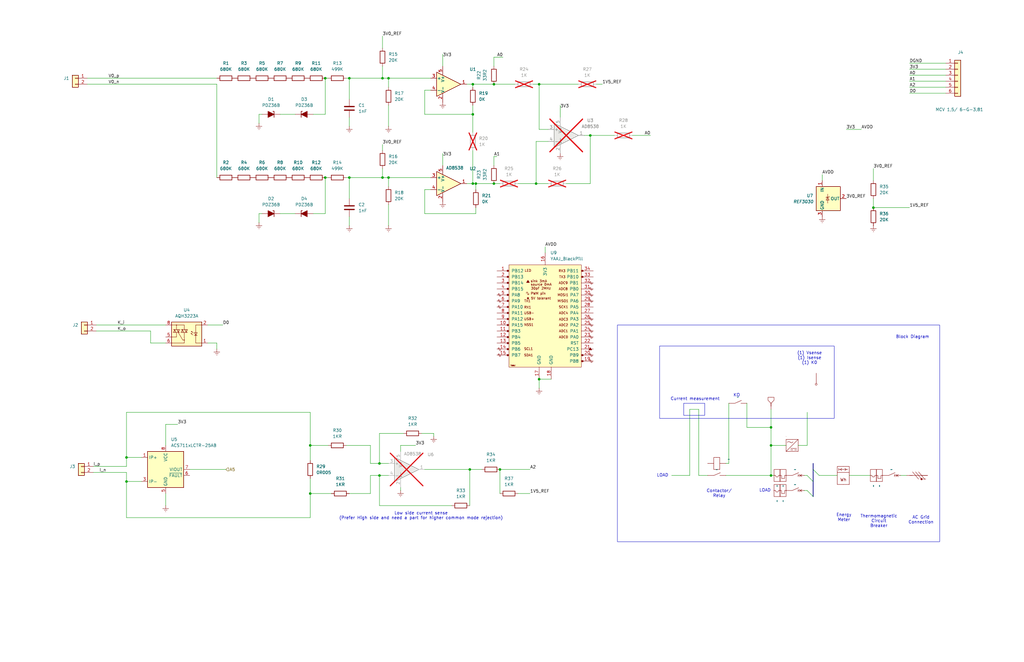
<source format=kicad_sch>
(kicad_sch (version 20231120) (generator "eeschema") (generator_version "8.0")
  (paper "B")
  (lib_symbols
    (symbol "07-15-21_thermal_operator_1"
      (symbol "07-15-21_thermal_operator_1_1_1"
        (pin passive line (at 0 -1.27 90) (length 0) (name "") (number ""))
        (pin passive line (at 0 1.27 270) (length 0) (name "") (number ""))
      )
    )
    (symbol "Connector_Generic:Conn_01x02" (pin_names (offset 1.016) hide)
      (property "Reference" "J" (at 0 2.54 0))
      (property "Value" "Conn_01x02" (at 0 -5.08 0))
      (symbol "Conn_01x02_1_1"
        (pin passive line (at -5.08 0 0) (length 3.81) (name "Pin_1") (number "1"))
        (pin passive line (at -5.08 -2.54 0) (length 3.81) (name "Pin_2") (number "2"))
      )
    )
    (symbol "Connector_Generic:Conn_01x06" (pin_names (offset 1.016) hide)
      (property "Reference" "J" (at 0 7.62 0))
      (property "Value" "Conn_01x06" (at 0 -10.16 0))
      (symbol "Conn_01x06_1_1"
        (pin passive line (at -5.08 5.08 0) (length 3.81) (name "Pin_1") (number "1"))
        (pin passive line (at -5.08 2.54 0) (length 3.81) (name "Pin_2") (number "2"))
        (pin passive line (at -5.08 0 0) (length 3.81) (name "Pin_3") (number "3"))
        (pin passive line (at -5.08 -2.54 0) (length 3.81) (name "Pin_4") (number "4"))
        (pin passive line (at -5.08 -5.08 0) (length 3.81) (name "Pin_5") (number "5"))
        (pin passive line (at -5.08 -7.62 0) (length 3.81) (name "Pin_6") (number "6"))
      )
    )
    (symbol "Device:C" (pin_numbers hide) (pin_names (offset 0.254))
      (property "Reference" "C" (at 0.635 2.54 0))
      (property "Value" "C" (at 0.635 -2.54 0))
      (symbol "C_1_1"
        (pin passive line (at 0 3.81 270) (length 2.794) (name "~") (number "1"))
        (pin passive line (at 0 -3.81 90) (length 2.794) (name "~") (number "2"))
      )
    )
    (symbol "Device:D_Zener_Filled" (pin_numbers hide) (pin_names (offset 1.016) hide)
      (property "Reference" "D" (at 0 2.54 0))
      (property "Value" "D_Zener_Filled" (at 0 -2.54 0))
      (symbol "D_Zener_Filled_1_1"
        (pin passive line (at -3.81 0 0) (length 2.54) (name "K") (number "1"))
        (pin passive line (at 3.81 0 180) (length 2.54) (name "A") (number "2"))
      )
    )
    (symbol "Device:R" (pin_numbers hide) (pin_names (offset 0))
      (property "Reference" "R" (at 2.032 0 90))
      (property "Value" "R" (at 0 0 90))
      (symbol "R_1_1"
        (pin passive line (at 0 3.81 270) (length 1.27) (name "~") (number "1"))
        (pin passive line (at 0 -3.81 90) (length 1.27) (name "~") (number "2"))
      )
    )
    (symbol "Reference_Voltage:REF3030" (pin_names (offset 0.254))
      (property "Reference" "U" (at 0 6.35 0))
      (property "Value" "REF3030" (at 2.54 -6.35 0))
      (symbol "REF3030_1_1"
        (pin power_in line (at -2.54 7.62 270) (length 2.54) (name "IN") (number "1"))
        (pin power_out line (at 7.62 0 180) (length 2.54) (name "OUT") (number "2"))
        (pin power_in line (at -2.54 -7.62 90) (length 2.54) (name "GND") (number "3"))
      )
    )
    (symbol "Relay_SolidState:AQH3223A"
      (property "Reference" "U" (at -5.08 5.08 0))
      (property "Value" "AQH3223A" (at 0 5.08 0))
      (symbol "AQH3223A_1_1"
        (pin passive line (at -10.16 -5.08 0) (length 2.54) (name "~") (number "1"))
        (pin passive line (at -10.16 2.54 0) (length 2.54) (name "~") (number "2"))
        (pin passive line (at -10.16 -5.08 0) (length 2.54) hide (name "~") (number "3"))
        (pin passive line (at -10.16 -5.08 0) (length 2.54) hide (name "~") (number "4"))
        (pin passive line (at 7.62 -2.54 180) (length 2.54) (name "~") (number "5"))
        (pin passive line (at 7.62 -5.08 180) (length 2.54) (name "~") (number "6"))
        (pin passive line (at 7.62 2.54 180) (length 2.54) (name "~") (number "8"))
      )
    )
    (symbol "Sensor_Current:ACS711xLCTR-25AB"
      (property "Reference" "U" (at 8.89 6.35 0))
      (property "Value" "ACS711xLCTR-25AB" (at 8.89 3.81 0))
      (symbol "ACS711xLCTR-25AB_1_1"
        (pin passive line (at -10.16 5.08 0) (length 2.54) (name "IP+") (number "1"))
        (pin passive line (at -10.16 5.08 0) (length 2.54) hide (name "IP+") (number "2"))
        (pin passive line (at -10.16 -5.08 0) (length 2.54) (name "IP-") (number "3"))
        (pin passive line (at -10.16 -5.08 0) (length 2.54) hide (name "IP-") (number "4"))
        (pin power_in line (at 0 -10.16 90) (length 2.54) (name "GND") (number "5"))
        (pin output line (at 10.16 -2.54 180) (length 2.54) (name "~{FAULT}") (number "6"))
        (pin output line (at 10.16 0 180) (length 2.54) (name "VIOUT") (number "7"))
        (pin power_in line (at 0 10.16 270) (length 2.54) (name "VCC") (number "8"))
      )
    )
    (symbol "YAAJ_BlackPill:YAAJ_BlackPill" (pin_names (offset 1.016))
      (property "Reference" "U" (at -12.7 22.86 0))
      (property "Value" "YAAJ_BlackPill" (at 0 -5.08 90))
      (symbol "YAAJ_BlackPill_0_0"
        (text "30pF 2MHz" (at -1.778 10.414 0) (effects (font (size 0.9906 0.9906))))
        (text "5V tolerant" (at -1.778 6.223 0) (effects (font (size 0.9906 0.9906))))
        (text "ADC0" (at 7.747 -10.16 0) (effects (font (size 0.9906 0.9906))))
        (text "ADC1" (at 7.747 -7.62 0) (effects (font (size 0.9906 0.9906))))
        (text "ADC2" (at 7.747 -5.08 0) (effects (font (size 0.9906 0.9906))))
        (text "ADC3" (at 7.747 -2.667 0) (effects (font (size 0.9906 0.9906))))
        (text "ADC4" (at 7.747 0 0) (effects (font (size 0.9906 0.9906))))
        (text "ADC8" (at 7.62 10.16 0) (effects (font (size 0.9906 0.9906))))
        (text "ADC9" (at 7.62 12.7 0) (effects (font (size 0.9906 0.9906))))
        (text "LED" (at -7.239 17.907 0) (effects (font (size 0.9906 0.9906))))
        (text "MISO1" (at 7.493 5.08 0) (effects (font (size 0.9906 0.9906))))
        (text "MOSI1" (at 7.493 7.62 0) (effects (font (size 0.9906 0.9906))))
        (text "NSS1" (at -6.858 -4.953 0) (effects (font (size 0.9906 0.9906))))
        (text "PWM pin" (at -2.921 8.255 0) (effects (font (size 0.9906 0.9906))))
        (text "RX1" (at -7.366 2.413 0) (effects (font (size 0.9906 0.9906))))
        (text "RX3" (at 7.112 17.78 0) (effects (font (size 0.9906 0.9906))))
        (text "SCK1" (at 7.747 2.54 0) (effects (font (size 0.9906 0.9906))))
        (text "SCL1" (at -6.985 -15.113 0) (effects (font (size 0.9906 0.9906))))
        (text "SDA1" (at -6.985 -17.78 0) (effects (font (size 0.9906 0.9906))))
        (text "sink 3mA" (at -2.667 13.462 0) (effects (font (size 0.9906 0.9906))))
        (text "source 0mA" (at -1.651 12.065 0) (effects (font (size 0.9906 0.9906))))
        (text "TX1" (at -7.493 5.08 0) (effects (font (size 0.9906 0.9906))))
        (text "TX3" (at 7.239 15.24 0) (effects (font (size 0.9906 0.9906))))
        (text "USB+" (at -6.731 -2.54 0) (effects (font (size 0.9906 0.9906))))
        (text "USB-" (at -6.731 0 0) (effects (font (size 0.9906 0.9906))))
        (text "Y@@J" (at -13.589 -22.098 0) (effects (font (size 0.508 0.508))))
      )
      (symbol "YAAJ_BlackPill_1_1"
        (pin bidirectional line (at -20.32 17.78 0) (length 5.08) (name "PB12") (number "1"))
        (pin bidirectional line (at -20.32 -5.08 0) (length 5.08) (name "PA15") (number "10"))
        (pin bidirectional line (at -20.32 -7.62 0) (length 5.08) (name "PB3") (number "11"))
        (pin bidirectional line (at -20.32 -10.16 0) (length 5.08) (name "PB4") (number "12"))
        (pin bidirectional line (at -20.32 -12.7 0) (length 5.08) (name "PB5") (number "13"))
        (pin bidirectional line (at -20.32 -15.24 0) (length 5.08) (name "PB6") (number "14"))
        (pin bidirectional line (at -20.32 -17.78 0) (length 5.08) (name "PB7") (number "15"))
        (pin power_in line (at 0 25.4 270) (length 5.08) (name "3V3") (number "16"))
        (pin power_in line (at -2.54 -27.94 90) (length 5.08) (name "GND") (number "17"))
        (pin power_in line (at 2.54 -27.94 90) (length 5.08) (name "GND") (number "18"))
        (pin bidirectional line (at 20.32 -20.32 180) (length 5.08) (name "PB8") (number "19"))
        (pin bidirectional line (at -20.32 15.24 0) (length 5.08) (name "PB13") (number "2"))
        (pin bidirectional line (at 20.32 -17.78 180) (length 5.08) (name "PB9") (number "20"))
        (pin bidirectional line (at 20.32 -15.24 180) (length 5.08) (name "PC13") (number "21"))
        (pin input line (at 20.32 -12.7 180) (length 5.08) (name "RST") (number "22"))
        (pin bidirectional line (at 20.32 -10.16 180) (length 5.08) (name "PA0") (number "23"))
        (pin bidirectional line (at 20.32 -7.62 180) (length 5.08) (name "PA1") (number "24"))
        (pin bidirectional line (at 20.32 -5.08 180) (length 5.08) (name "PA2") (number "25"))
        (pin bidirectional line (at 20.32 -2.54 180) (length 5.08) (name "PA3") (number "26"))
        (pin bidirectional line (at 20.32 0 180) (length 5.08) (name "PA4") (number "27"))
        (pin bidirectional line (at 20.32 2.54 180) (length 5.08) (name "PA5") (number "28"))
        (pin bidirectional line (at 20.32 5.08 180) (length 5.08) (name "PA6") (number "29"))
        (pin bidirectional line (at -20.32 12.7 0) (length 5.08) (name "PB14") (number "3"))
        (pin bidirectional line (at 20.32 7.62 180) (length 5.08) (name "PA7") (number "30"))
        (pin bidirectional line (at 20.32 10.16 180) (length 5.08) (name "PB0") (number "31"))
        (pin bidirectional line (at 20.32 12.7 180) (length 5.08) (name "PB1") (number "32"))
        (pin bidirectional line (at 20.32 15.24 180) (length 5.08) (name "PB10") (number "33"))
        (pin bidirectional line (at 20.32 17.78 180) (length 5.08) (name "PB11") (number "34"))
        (pin bidirectional line (at -20.32 10.16 0) (length 5.08) (name "PB15") (number "4"))
        (pin bidirectional line (at -20.32 7.62 0) (length 5.08) (name "PA8") (number "5"))
        (pin bidirectional line (at -20.32 5.08 0) (length 5.08) (name "PA9") (number "6"))
        (pin bidirectional line (at -20.32 2.54 0) (length 5.08) (name "PA10") (number "7"))
        (pin bidirectional line (at -20.32 0 0) (length 5.08) (name "PA11") (number "8"))
        (pin bidirectional line (at -20.32 -2.54 0) (length 5.08) (name "PA12") (number "9"))
      )
    )
    (symbol "enphase_symbols:2w_ne"
      (symbol "2w_ne_1_1"
        (pin passive line (at 0 -8.89 90) (length 2.54) (name "") (number ""))
        (pin passive line (at 0 0 270) (length 2.54) (name "") (number ""))
      )
    )
    (symbol "enphase_symbols:adc_sym"
      (symbol "adc_sym_1_1"
        (pin bidirectional line (at 0 0 0) (length 2.54) (name "") (number ""))
        (pin bidirectional line (at 5.08 0 180) (length 0) (name "") (number ""))
      )
    )
    (symbol "enphase_symbols:watt_hour_1_element_1_current")
    (symbol "iec_60617:06-14-03_rectifier"
      (symbol "06-14-03_rectifier_1_1"
        (pin bidirectional line (at -2.54 0 0) (length 0) (name "") (number ""))
        (pin bidirectional line (at 0 -2.54 90) (length 0) (name "") (number ""))
        (pin bidirectional line (at 0 2.54 270) (length 0) (name "") (number ""))
        (pin bidirectional line (at 2.54 0 180) (length 0) (name "") (number ""))
      )
    )
    (symbol "iec_60617:07-02-01_make_contact"
      (symbol "07-02-01_make_contact_1_1"
        (pin passive line (at 0 -7.62 90) (length 0) (name "") (number ""))
        (pin passive line (at 0 0 270) (length 0) (name "") (number ""))
      )
    )
    (symbol "iec_60617:07-13-05.6_circuit_breaker_isolator"
      (symbol "07-13-05.6_circuit_breaker_isolator_1_1"
        (pin passive line (at 0 -7.62 90) (length 0) (name "") (number ""))
        (pin passive line (at 0 0 270) (length 0) (name "") (number ""))
      )
    )
    (symbol "iec_60617:07-15-01_operating_device"
      (symbol "07-15-01_operating_device_1_1"
        (pin passive line (at -2.54 0 0) (length 0) (name "") (number ""))
        (pin passive line (at 0 -3.81 90) (length 0) (name "") (number ""))
        (pin passive line (at 0 3.81 270) (length 0) (name "") (number ""))
        (pin passive line (at 2.54 0 180) (length 0) (name "") (number ""))
      )
    )
    (symbol "iec_60617:07-15-21_magnetic_operator"
      (symbol "07-15-21_magnetic_operator_1_1"
        (pin passive line (at 0 -1.27 90) (length 0) (name "") (number ""))
        (pin passive line (at 0 1.27 270) (length 0) (name "") (number ""))
      )
    )
    (symbol "iec_60617:watt_hour_meter_bidirectional"
      (symbol "watt_hour_meter_bidirectional_1_1"
        (text "Wh" (at 0 -1.778 0) (effects (font (size 1.27 1.27))))
        (pin bidirectional line (at -2.54 0 90) (length 0) (name "") (number ""))
        (pin bidirectional line (at 0 -3.81 90) (length 0) (name "") (number ""))
        (pin bidirectional line (at 0 3.81 270) (length 0) (name "") (number ""))
        (pin bidirectional line (at 2.54 0 90) (length 0) (name "") (number ""))
      )
    )
    (symbol "misc_parts:AD8538" (pin_names (offset 0.127))
      (property "Reference" "U" (at 0 5.08 0))
      (property "Value" "AD8538" (at 0 -5.08 0))
      (symbol "AD8538_0_1"
        (pin power_in line (at -2.54 -7.62 90) (length 3.81) (name "V-") (number "2"))
        (pin power_in line (at -2.54 7.62 270) (length 3.81) (name "V+") (number "5"))
      )
      (symbol "AD8538_1_1"
        (pin output line (at 7.62 0 180) (length 2.54) (name "~") (number "1"))
        (pin input line (at -7.62 2.54 0) (length 2.54) (name "+") (number "3"))
        (pin input line (at -7.62 -2.54 0) (length 2.54) (name "-") (number "4"))
      )
    )
    (symbol "power:Earth" (power) (pin_numbers hide) (pin_names (offset 0) hide)
      (property "Value" "Earth" (at 0 -3.81 0))
      (symbol "Earth_1_1"
        (pin power_in line (at 0 0 270) (length 0) (name "~") (number "1"))
      )
    )
  )
  (junction (at 325.12 187.96))
  (junction (at 147.32 33.02))
  (junction (at 325.12 180.34))
  (junction (at 227.33 160.02))
  (junction (at 200.66 77.47))
  (junction (at 368.3 87.63))
  (junction (at 325.12 200.66))
  (junction (at 147.32 74.93))
  (junction (at 160.02 195.58))
  (junction (at 163.83 74.93))
  (junction (at 53.34 203.2))
  (junction (at 163.83 33.02))
  (junction (at 137.16 33.02))
  (junction (at 199.39 48.26))
  (junction (at 208.28 77.47))
  (junction (at 198.12 198.12))
  (junction (at 199.39 77.47))
  (junction (at 137.16 74.93))
  (junction (at 130.81 208.28))
  (junction (at 199.39 35.56))
  (junction (at 53.34 193.04))
  (junction (at 161.29 74.93))
  (junction (at 210.82 198.12))
  (junction (at 130.81 187.96))
  (junction (at 227.33 35.56))
  (junction (at 160.02 200.66))
  (junction (at 208.28 35.56))
  (junction (at 226.06 77.47))
  (junction (at 161.29 33.02))
  (junction (at 248.92 57.15))
  (bus_entry (at 340.36 200.66) (size 2.54 2.54))
  (bus_entry (at 342.9 198.12) (size 2.54 2.54))
  (bus_entry (at 340.36 207.01) (size 2.54 2.54))
  (wire (pts (xy 147.32 91.44) (xy 147.32 95.25)))
  (wire (pts (xy 199.39 35.56) (xy 208.28 35.56)))
  (wire (pts (xy 226.06 77.47) (xy 226.06 59.69)))
  (wire (pts (xy 345.44 200.66) (xy 353.06 200.66)))
  (wire (pts (xy 243.84 35.56) (xy 227.33 35.56)))
  (wire (pts (xy 91.44 35.56) (xy 91.44 74.93)))
  (wire (pts (xy 290.83 172.72) (xy 290.83 200.66)))
  (wire (pts (xy 130.81 173.99) (xy 130.81 187.96)))
  (wire (pts (xy 177.8 182.88) (xy 182.88 182.88)))
  (wire (pts (xy 130.81 208.28) (xy 139.7 208.28)))
  (wire (pts (xy 179.07 48.26) (xy 179.07 38.1)))
  (wire (pts (xy 208.28 35.56) (xy 217.17 35.56)))
  (wire (pts (xy 294.64 200.66) (xy 294.64 172.72)))
  (wire (pts (xy 383.54 34.29) (xy 398.78 34.29)))
  (wire (pts (xy 161.29 74.93) (xy 163.83 74.93)))
  (wire (pts (xy 147.32 74.93) (xy 147.32 83.82)))
  (wire (pts (xy 186.69 22.86) (xy 186.69 27.94)))
  (wire (pts (xy 218.44 77.47) (xy 226.06 77.47)))
  (wire (pts (xy 53.34 196.85) (xy 53.34 193.04)))
  (wire (pts (xy 146.05 33.02) (xy 147.32 33.02)))
  (wire (pts (xy 368.3 83.82) (xy 368.3 87.63)))
  (wire (pts (xy 36.83 33.02) (xy 91.44 33.02)))
  (wire (pts (xy 227.33 35.56) (xy 227.33 54.61)))
  (wire (pts (xy 259.08 57.15) (xy 248.92 57.15)))
  (wire (pts (xy 160.02 213.36) (xy 190.5 213.36)))
  (wire (pts (xy 137.16 74.93) (xy 138.43 74.93)))
  (wire (pts (xy 231.14 77.47) (xy 226.06 77.47)))
  (bus (pts (xy 342.9 195.58) (xy 342.9 198.12)))
  (wire (pts (xy 163.83 86.36) (xy 163.83 95.25)))
  (wire (pts (xy 199.39 77.47) (xy 200.66 77.47)))
  (wire (pts (xy 156.21 208.28) (xy 156.21 200.66)))
  (wire (pts (xy 200.66 77.47) (xy 200.66 80.01)))
  (wire (pts (xy 132.08 48.26) (xy 137.16 48.26)))
  (wire (pts (xy 130.81 201.93) (xy 130.81 208.28)))
  (wire (pts (xy 163.83 74.93) (xy 181.61 74.93)))
  (wire (pts (xy 274.32 57.15) (xy 266.7 57.15)))
  (wire (pts (xy 87.63 144.78) (xy 91.44 144.78)))
  (wire (pts (xy 63.5 144.78) (xy 69.85 144.78)))
  (wire (pts (xy 325.12 187.96) (xy 325.12 200.66)))
  (wire (pts (xy 199.39 44.45) (xy 199.39 48.26)))
  (wire (pts (xy 238.76 77.47) (xy 248.92 77.47)))
  (wire (pts (xy 160.02 200.66) (xy 160.02 213.36)))
  (wire (pts (xy 227.33 35.56) (xy 224.79 35.56)))
  (wire (pts (xy 227.33 160.02) (xy 227.33 163.83)))
  (wire (pts (xy 210.82 198.12) (xy 210.82 208.28)))
  (wire (pts (xy 356.87 54.61) (xy 363.22 54.61)))
  (wire (pts (xy 91.44 144.78) (xy 91.44 147.32)))
  (wire (pts (xy 168.91 190.5) (xy 168.91 187.96)))
  (wire (pts (xy 339.09 207.01) (xy 340.36 207.01)))
  (wire (pts (xy 147.32 33.02) (xy 147.32 41.91)))
  (wire (pts (xy 53.34 203.2) (xy 59.69 203.2)))
  (wire (pts (xy 69.85 208.28) (xy 69.85 213.36)))
  (wire (pts (xy 163.83 78.74) (xy 163.83 74.93)))
  (wire (pts (xy 156.21 200.66) (xy 160.02 200.66)))
  (wire (pts (xy 69.85 187.96) (xy 69.85 179.07)))
  (wire (pts (xy 383.54 87.63) (xy 368.3 87.63)))
  (wire (pts (xy 53.34 203.2) (xy 53.34 218.44)))
  (wire (pts (xy 223.52 208.28) (xy 218.44 208.28)))
  (wire (pts (xy 80.01 198.12) (xy 95.25 198.12)))
  (wire (pts (xy 227.33 54.61) (xy 231.14 54.61)))
  (wire (pts (xy 63.5 139.7) (xy 63.5 144.78)))
  (wire (pts (xy 307.34 195.58) (xy 306.07 195.58)))
  (wire (pts (xy 186.69 64.77) (xy 186.69 69.85)))
  (wire (pts (xy 53.34 199.39) (xy 53.34 203.2)))
  (wire (pts (xy 379.73 200.66) (xy 382.27 200.66)))
  (wire (pts (xy 340.36 173.99) (xy 340.36 187.96)))
  (wire (pts (xy 109.22 48.26) (xy 110.49 48.26)))
  (wire (pts (xy 179.07 80.01) (xy 179.07 90.17)))
  (wire (pts (xy 199.39 48.26) (xy 179.07 48.26)))
  (wire (pts (xy 383.54 29.21) (xy 398.78 29.21)))
  (wire (pts (xy 346.71 73.66) (xy 346.71 76.2)))
  (wire (pts (xy 248.92 57.15) (xy 248.92 77.47)))
  (wire (pts (xy 161.29 20.32) (xy 161.29 15.24)))
  (wire (pts (xy 168.91 187.96) (xy 175.26 187.96)))
  (wire (pts (xy 208.28 69.85) (xy 208.28 66.04)))
  (wire (pts (xy 226.06 59.69) (xy 231.14 59.69)))
  (wire (pts (xy 339.09 200.66) (xy 340.36 200.66)))
  (wire (pts (xy 160.02 182.88) (xy 170.18 182.88)))
  (wire (pts (xy 109.22 90.17) (xy 110.49 90.17)))
  (bus (pts (xy 342.9 203.2) (xy 342.9 209.55)))
  (wire (pts (xy 200.66 87.63) (xy 200.66 90.17)))
  (wire (pts (xy 314.96 170.18) (xy 314.96 180.34)))
  (wire (pts (xy 383.54 31.75) (xy 398.78 31.75)))
  (wire (pts (xy 298.45 200.66) (xy 294.64 200.66)))
  (wire (pts (xy 199.39 35.56) (xy 199.39 36.83)))
  (wire (pts (xy 137.16 33.02) (xy 138.43 33.02)))
  (wire (pts (xy 314.96 180.34) (xy 325.12 180.34)))
  (wire (pts (xy 36.83 35.56) (xy 91.44 35.56)))
  (wire (pts (xy 109.22 90.17) (xy 109.22 93.98)))
  (wire (pts (xy 130.81 208.28) (xy 130.81 218.44)))
  (wire (pts (xy 147.32 33.02) (xy 161.29 33.02)))
  (wire (pts (xy 358.14 200.66) (xy 367.03 200.66)))
  (wire (pts (xy 53.34 193.04) (xy 59.69 193.04)))
  (wire (pts (xy 181.61 38.1) (xy 179.07 38.1)))
  (wire (pts (xy 137.16 48.26) (xy 137.16 33.02)))
  (wire (pts (xy 283.21 200.66) (xy 290.83 200.66)))
  (wire (pts (xy 39.37 199.39) (xy 53.34 199.39)))
  (wire (pts (xy 248.92 57.15) (xy 246.38 57.15)))
  (wire (pts (xy 325.12 200.66) (xy 326.39 200.66)))
  (wire (pts (xy 325.12 180.34) (xy 325.12 187.96)))
  (wire (pts (xy 168.91 205.74) (xy 168.91 207.01)))
  (wire (pts (xy 199.39 55.88) (xy 199.39 48.26)))
  (wire (pts (xy 147.32 74.93) (xy 161.29 74.93)))
  (wire (pts (xy 53.34 218.44) (xy 130.81 218.44)))
  (wire (pts (xy 137.16 90.17) (xy 137.16 74.93)))
  (wire (pts (xy 147.32 208.28) (xy 156.21 208.28)))
  (wire (pts (xy 325.12 172.72) (xy 325.12 180.34)))
  (wire (pts (xy 156.21 187.96) (xy 146.05 187.96)))
  (wire (pts (xy 307.34 170.18) (xy 307.34 195.58)))
  (wire (pts (xy 196.85 35.56) (xy 199.39 35.56)))
  (bus (pts (xy 342.9 198.12) (xy 342.9 203.2)))
  (wire (pts (xy 161.29 33.02) (xy 163.83 33.02)))
  (wire (pts (xy 198.12 198.12) (xy 198.12 213.36)))
  (wire (pts (xy 156.21 195.58) (xy 156.21 187.96)))
  (wire (pts (xy 118.11 48.26) (xy 124.46 48.26)))
  (wire (pts (xy 198.12 198.12) (xy 203.2 198.12)))
  (wire (pts (xy 163.83 195.58) (xy 160.02 195.58)))
  (wire (pts (xy 294.64 172.72) (xy 290.83 172.72)))
  (wire (pts (xy 196.85 77.47) (xy 199.39 77.47)))
  (wire (pts (xy 208.28 77.47) (xy 210.82 77.47)))
  (wire (pts (xy 179.07 90.17) (xy 200.66 90.17)))
  (wire (pts (xy 163.83 44.45) (xy 163.83 53.34)))
  (wire (pts (xy 210.82 198.12) (xy 223.52 198.12)))
  (wire (pts (xy 93.98 137.16) (xy 87.63 137.16)))
  (wire (pts (xy 53.34 173.99) (xy 130.81 173.99)))
  (wire (pts (xy 181.61 80.01) (xy 179.07 80.01)))
  (wire (pts (xy 160.02 195.58) (xy 156.21 195.58)))
  (wire (pts (xy 132.08 90.17) (xy 137.16 90.17)))
  (wire (pts (xy 229.87 104.14) (xy 229.87 106.68)))
  (wire (pts (xy 182.88 182.88) (xy 182.88 184.15)))
  (wire (pts (xy 383.54 39.37) (xy 398.78 39.37)))
  (wire (pts (xy 163.83 36.83) (xy 163.83 33.02)))
  (wire (pts (xy 39.37 196.85) (xy 53.34 196.85)))
  (wire (pts (xy 179.07 198.12) (xy 198.12 198.12)))
  (wire (pts (xy 208.28 66.04) (xy 209.55 66.04)))
  (wire (pts (xy 160.02 200.66) (xy 163.83 200.66)))
  (wire (pts (xy 161.29 71.12) (xy 161.29 74.93)))
  (wire (pts (xy 325.12 187.96) (xy 331.47 187.96)))
  (wire (pts (xy 130.81 194.31) (xy 130.81 187.96)))
  (wire (pts (xy 40.64 139.7) (xy 63.5 139.7)))
  (wire (pts (xy 251.46 35.56) (xy 254 35.56)))
  (wire (pts (xy 199.39 77.47) (xy 199.39 63.5)))
  (wire (pts (xy 161.29 27.94) (xy 161.29 33.02)))
  (wire (pts (xy 383.54 36.83) (xy 398.78 36.83)))
  (wire (pts (xy 398.78 26.67) (xy 383.54 26.67)))
  (wire (pts (xy 146.05 74.93) (xy 147.32 74.93)))
  (wire (pts (xy 227.33 160.02) (xy 232.41 160.02)))
  (wire (pts (xy 118.11 90.17) (xy 124.46 90.17)))
  (wire (pts (xy 147.32 49.53) (xy 147.32 53.34)))
  (wire (pts (xy 40.64 137.16) (xy 69.85 137.16)))
  (wire (pts (xy 236.22 44.45) (xy 236.22 49.53)))
  (wire (pts (xy 200.66 77.47) (xy 208.28 77.47)))
  (wire (pts (xy 161.29 63.5) (xy 161.29 60.96)))
  (wire (pts (xy 130.81 187.96) (xy 138.43 187.96)))
  (wire (pts (xy 69.85 179.07) (xy 74.93 179.07)))
  (wire (pts (xy 336.55 187.96) (xy 340.36 187.96)))
  (wire (pts (xy 306.07 200.66) (xy 325.12 200.66)))
  (wire (pts (xy 368.3 76.2) (xy 368.3 71.12)))
  (wire (pts (xy 160.02 182.88) (xy 160.02 195.58)))
  (wire (pts (xy 212.09 24.13) (xy 208.28 24.13)))
  (wire (pts (xy 109.22 48.26) (xy 109.22 52.07)))
  (wire (pts (xy 163.83 33.02) (xy 181.61 33.02)))
  (wire (pts (xy 208.28 24.13) (xy 208.28 27.94)))
  (wire (pts (xy 53.34 193.04) (xy 53.34 173.99)))
  (rectangle (start 278.13 146.05) (end 351.79 176.53))
  (rectangle (start 288.29 170.18) (end 297.18 175.26))
  (rectangle (start 260.35 137.16) (end 396.24 228.6))
  (text "AC Grid\nConnection" (at 388.366 219.456 0) (effects (font (size 1.27 1.27))))
  (text "Block Diagram" (at 384.81 142.24 0) (effects (font (size 1.27 1.27))))
  (text "Low side current sense\n(Prefer High side and need a part for higher common mode rejection)" (at 177.546 217.678 0) (effects (font (size 1.27 1.27))))
  (text "KO" (at 310.642 166.878 0) (effects (font (size 1.27 1.27))))
  (text "(1) Vsense\n(1) Isense\n(1) K0" (at 341.376 151.13 0) (effects (font (size 1.27 1.27))))
  (text "Current measurement" (at 293.116 168.402 0) (effects (font (size 1.27 1.27))))
  (text "Energy\nMeter" (at 355.854 218.44 0) (effects (font (size 1.27 1.27))))
  (text "LOAD" (at 322.58 207.01 0) (effects (font (size 1.27 1.27))))
  (text "Thermomagnetic\nCircuit\nBreaker" (at 370.586 219.964 0) (effects (font (size 1.27 1.27))))
  (text "LOAD" (at 279.4 200.66 0) (effects (font (size 1.27 1.27))))
  (text "Contactor/\nRelay" (at 303.276 208.28 0) (effects (font (size 1.27 1.27))))
  (label "A1" (at 383.54 34.29 0))
  (label "A2" (at 223.52 198.12 0))
  (label "3V0_REF" (at 356.87 83.82 0))
  (label "3V0_REF" (at 161.29 15.24 0))
  (label "3V3" (at 236.22 45.72 0))
  (label "I_n" (at 41.91 199.39 0))
  (label "V0_p" (at 45.72 33.02 0))
  (label "1V5_REF" (at 223.52 208.28 0))
  (label "DGND" (at 383.54 26.67 0))
  (label "3V0_REF" (at 368.3 71.12 0))
  (label "V0_n" (at 45.72 35.56 0))
  (label "A0" (at 383.54 31.75 0))
  (label "AVDD" (at 346.71 73.66 0))
  (label "3V3" (at 186.69 24.13 0))
  (label "3V3" (at 356.87 54.61 0))
  (label "D0" (at 93.98 137.16 0))
  (label "A1" (at 208.28 66.04 0))
  (label "K_o" (at 49.53 139.7 0))
  (label "1V5_REF" (at 254 35.56 0))
  (label "AVDD" (at 229.87 104.14 0))
  (label "A2" (at 383.54 36.83 0))
  (label "1V5_REF" (at 383.54 87.63 0))
  (label "3V3" (at 383.54 29.21 0))
  (label "K_i" (at 49.53 137.16 0))
  (label "A0" (at 271.78 57.15 0))
  (label "D0" (at 383.54 39.37 0))
  (label "3V3" (at 74.93 179.07 0))
  (label "A0" (at 209.55 24.13 0))
  (label "AVDD" (at 363.22 54.61 0))
  (label "I_p" (at 39.37 196.85 0))
  (label "3V3" (at 175.26 187.96 0))
  (label "3V0_REF" (at 161.29 60.96 0))
  (label "3V3" (at 186.69 66.04 0))
  (hierarchical_label "A5" (shape input) (at 95.25 198.12 0))
  (symbol (lib_id "Device:R") (at 208.28 31.75 180) (unit 1)
    (property "Reference" "R22" (at 201.93 31.75 90))
    (property "Value" "33R2" (at 204.47 31.75 90))
    (property "Footprint" "Resistor_SMD:R_0805_2012Metric" (effects (hide yes)))
    (property "Description" "Resistor" (effects (hide yes)))
  )
  (symbol (lib_id "iec_60617:watt_hour_meter_bidirectional") (at 355.6 200.66 0) (unit 1)
    (property "Reference" "U20" (effects (hide yes)))
    (property "Value" "watt_hour_meter_bidirectional" (effects (hide yes)))
  )
  (symbol (lib_id "Connector_Generic:Conn_01x06") (at 403.86 31.75 0) (unit 1) (exclude_from_sim yes)
    (property "Reference" "J4" (at 403.86 22.098 0) (effects (justify left)))
    (property "Value" "MCV 1,5/ 6-G-3,81" (at 394.462 46.228 0) (effects (justify left)))
    (property "Footprint" "Connector_Phoenix_MC:PhoenixContact_MCV_1,5_6-G-3.81_1x06_P3.81mm_Vertical" (effects (hide yes)))
    (property "Description" "Generic connector, single row, 01x06, script generated (kicad-library-utils/schlib/autogen/connector/)" (effects (hide yes)))
  )
  (symbol (lib_id "Device:R") (at 199.39 40.64 0) (unit 1)
    (property "Reference" "R19" (at 201.93 39.3699 0) (effects (justify left)))
    (property "Value" "0K" (at 201.93 41.9099 0) (effects (justify left)))
    (property "Footprint" "Resistor_SMD:R_0805_2012Metric" (effects (hide yes)))
    (property "Description" "Resistor" (effects (hide yes)))
  )
  (symbol (lib_id "Device:R") (at 194.31 213.36 90) (unit 1)
    (property "Reference" "R33" (at 194.31 207.01 90))
    (property "Value" "1KR" (at 194.31 209.55 90))
    (property "Description" "Resistor" (effects (hide yes)))
  )
  (symbol (lib_id "Device:R") (at 214.63 77.47 90) (unit 1) (dnp yes)
    (property "Reference" "R25" (at 214.63 71.12 90))
    (property "Value" "1K" (at 214.63 73.66 90))
    (property "Footprint" "Resistor_SMD:R_0805_2012Metric" (effects (hide yes)))
    (property "Description" "Resistor" (effects (hide yes)))
  )
  (symbol (lib_id "Device:R") (at 161.29 67.31 180) (unit 1)
    (property "Reference" "R16" (at 163.83 66.0399 0) (effects (justify right)))
    (property "Value" "20K" (at 163.83 68.5799 0) (effects (justify right)))
    (property "Footprint" "Resistor_SMD:R_0805_2012Metric" (effects (hide yes)))
    (property "Description" "Resistor" (effects (hide yes)))
  )
  (symbol (lib_id "Device:R") (at 118.11 74.93 90) (unit 1)
    (property "Reference" "R8" (at 118.11 68.58 90))
    (property "Value" "680K" (at 118.11 71.12 90))
    (property "Footprint" "Resistor_SMD:R_1206_3216Metric" (effects (hide yes)))
    (property "Description" "Resistor" (effects (hide yes)))
  )
  (symbol (lib_id "Device:R") (at 110.49 33.02 90) (unit 1)
    (property "Reference" "R5" (at 110.49 26.67 90))
    (property "Value" "680K" (at 110.49 29.21 90))
    (property "Footprint" "Resistor_SMD:R_1206_3216Metric" (effects (hide yes)))
    (property "Description" "Resistor" (effects (hide yes)))
  )
  (symbol (lib_id "Reference_Voltage:REF3030") (at 349.25 83.82 0) (unit 1) (exclude_from_sim yes)
    (property "Reference" "U7" (at 342.9 82.5499 0) (effects (justify right)))
    (property "Value" "REF3030" (at 342.9 85.0899 0) (effects (font (italic yes)) (justify right)))
    (property "Footprint" "Package_TO_SOT_SMD:SOT-23" (effects (hide yes)))
    (property "Datasheet" "http://www.ti.com/lit/ds/symlink/ref3033.pdf" (effects (hide yes)))
    (property "Description" "3.0V 50-ppm/°C Max, 50-μA, CMOS Voltage Reference, SOT-23-3" (effects (hide yes)))
  )
  (symbol (lib_id "Device:R") (at 247.65 35.56 90) (unit 1) (dnp yes)
    (property "Reference" "R27" (at 247.65 29.21 90))
    (property "Value" "1K" (at 247.65 31.75 90))
    (property "Footprint" "Resistor_SMD:R_0805_2012Metric" (effects (hide yes)))
    (property "Description" "Resistor" (effects (hide yes)))
  )
  (symbol (lib_id "Connector_Generic:Conn_01x02") (at 35.56 137.16 0) (mirror y) (unit 1)
    (property "Reference" "J2" (at 33.02 137.1599 0) (effects (justify left)))
    (property "Footprint" "Connector_Phoenix_MSTB:PhoenixContact_MSTBVA_2,5_2-G-5,08_1x02_P5.08mm_Vertical" (effects (hide yes)))
    (property "Description" "Generic connector, single row, 01x02, script generated (kicad-library-utils/schlib/autogen/connector/)" (effects (hide yes)))
  )
  (symbol (lib_id "Device:R") (at 199.39 59.69 0) (unit 1) (dnp yes)
    (property "Reference" "R20" (at 201.93 58.4199 0) (effects (justify left)))
    (property "Value" "1K" (at 201.93 60.9599 0) (effects (justify left)))
    (property "Footprint" "Resistor_SMD:R_0805_2012Metric" (effects (hide yes)))
    (property "Description" "Resistor" (effects (hide yes)))
  )
  (symbol (lib_id "Device:R") (at 142.24 33.02 90) (unit 1)
    (property "Reference" "R13" (at 142.24 26.67 90))
    (property "Value" "499K" (at 142.24 29.21 90))
    (property "Footprint" "Resistor_SMD:R_0805_2012Metric" (effects (hide yes)))
    (property "Description" "Resistor" (effects (hide yes)))
  )
  (symbol (lib_id "Device:R") (at 200.66 83.82 0) (unit 1)
    (property "Reference" "R21" (at 203.2 82.5499 0) (effects (justify left)))
    (property "Value" "0K" (at 203.2 85.0899 0) (effects (justify left)))
    (property "Footprint" "Resistor_SMD:R_0805_2012Metric" (effects (hide yes)))
    (property "Description" "Resistor" (effects (hide yes)))
  )
  (symbol (lib_id "Device:D_Zener_Filled") (at 128.27 48.26 0) (unit 1) (exclude_from_sim yes)
    (property "Reference" "D3" (at 128.27 41.91 0))
    (property "Value" "PDZ36B" (at 128.27 44.45 0))
    (property "Footprint" "Diode_SMD:D_SOD-323F" (effects (hide yes)))
    (property "Description" "Zener diode, filled shape" (effects (hide yes)))
  )
  (symbol (lib_id "Device:R") (at 125.73 33.02 90) (unit 1)
    (property "Reference" "R9" (at 125.73 26.67 90))
    (property "Value" "680K" (at 125.73 29.21 90))
    (property "Footprint" "Resistor_SMD:R_1206_3216Metric" (effects (hide yes)))
    (property "Description" "Resistor" (effects (hide yes)))
  )
  (symbol (lib_id "Device:R") (at 133.35 74.93 90) (unit 1)
    (property "Reference" "R12" (at 133.35 68.58 90))
    (property "Value" "680K" (at 133.35 71.12 90))
    (property "Footprint" "Resistor_SMD:R_1206_3216Metric" (effects (hide yes)))
    (property "Description" "Resistor" (effects (hide yes)))
  )
  (symbol (lib_id "power:Earth") (at 163.83 95.25 0) (unit 1)
    (property "Reference" "#PWR06" (effects (hide yes)))
    (property "Value" "Earth" (effects (hide yes)))
    (property "Description" "Power symbol creates a global label with name \"Earth\"" (effects (hide yes)))
  )
  (symbol (lib_id "power:Earth") (at 69.85 213.36 0) (unit 1)
    (property "Reference" "#PWR010" (effects (hide yes)))
    (property "Value" "Earth" (effects (hide yes)))
    (property "Description" "Power symbol creates a global label with name \"Earth\"" (effects (hide yes)))
  )
  (symbol (lib_id "iec_60617:07-13-05.6_circuit_breaker_isolator") (at 339.09 200.66 270) (mirror x) (unit 1)
    (property "Reference" "C8" (effects (hide yes)))
    (property "Value" "~" (at 335.28 198.12 90))
  )
  (symbol (lib_id "Connector_Generic:Conn_01x02") (at 34.29 196.85 0) (mirror y) (unit 1)
    (property "Reference" "J3" (at 31.75 196.8499 0) (effects (justify left)))
    (property "Footprint" "Connector_Phoenix_MSTB:PhoenixContact_MSTBVA_2,5_2-G-5,08_1x02_P5.08mm_Vertical" (effects (hide yes)))
    (property "Description" "Generic connector, single row, 01x02, script generated (kicad-library-utils/schlib/autogen/connector/)" (effects (hide yes)))
  )
  (symbol (lib_id "Device:R") (at 95.25 74.93 90) (unit 1)
    (property "Reference" "R2" (at 95.25 68.58 90))
    (property "Value" "680K" (at 95.25 71.12 90))
    (property "Footprint" "Resistor_SMD:R_1206_3216Metric" (effects (hide yes)))
    (property "Description" "Resistor" (effects (hide yes)))
  )
  (symbol (lib_id "iec_60617:07-02-01_make_contact") (at 306.07 200.66 270) (mirror x) (unit 1)
    (property "Reference" "C7" (effects (hide yes)))
    (property "Value" "~" (at 302.26 198.12 90))
  )
  (symbol (lib_id "Device:R") (at 133.35 33.02 90) (unit 1)
    (property "Reference" "R11" (at 133.35 26.67 90))
    (property "Value" "680K" (at 133.35 29.21 90))
    (property "Footprint" "Resistor_SMD:R_1206_3216Metric" (effects (hide yes)))
    (property "Description" "Resistor" (effects (hide yes)))
  )
  (symbol (lib_id "Device:D_Zener_Filled") (at 114.3 90.17 0) (mirror y) (unit 1) (exclude_from_sim yes)
    (property "Reference" "D2" (at 114.3 83.82 0))
    (property "Value" "PDZ36B" (at 114.3 86.36 0))
    (property "Footprint" "Diode_SMD:D_SOD-323F" (effects (hide yes)))
    (property "Description" "Zener diode, filled shape" (effects (hide yes)))
  )
  (symbol (lib_id "misc_parts:AD8538") (at 171.45 198.12 0) (unit 1) (dnp yes)
    (property "Reference" "U6" (at 181.61 191.8014 0))
    (property "Value" "AD8538" (at 173.99 191.516 0))
    (property "Footprint" "Package_TO_SOT_SMD:TSOT-23-5" (effects (hide yes)))
    (property "Datasheet" "https://www.analog.com/media/en/technical-documentation/data-sheets/AD8538_8539.pdf" (effects (hide yes)))
    (property "Description" "Precision Micropower, Low Noise CMOS, Rail-to-Rail Input/Output Operational Amplifier, TSOT-23-5" (effects (hide yes)))
    (property "Sim.Library" "${KICAD8_SYMBOL_DIR}/Simulation_SPICE.sp" (effects (hide yes)))
    (property "Sim.Name" "kicad_builtin_opamp" (effects (hide yes)))
    (property "Sim.Device" "SUBCKT" (effects (hide yes)))
    (property "Sim.Pins" "1=out 2=vee 3=in+ 4=in- 5=vcc" (effects (hide yes)))
  )
  (symbol (lib_id "enphase_symbols:watt_hour_1_element_1_current") (at 344.17 160.02 0) (unit 1)
    (property "Reference" "U17" (effects (hide yes)))
    (property "Value" "1_element_2_current" (effects (hide yes)))
  )
  (symbol (lib_id "Device:R") (at 142.24 74.93 90) (unit 1)
    (property "Reference" "R14" (at 142.24 68.58 90))
    (property "Value" "499K" (at 142.24 71.12 90))
    (property "Footprint" "Resistor_SMD:R_0805_2012Metric" (effects (hide yes)))
    (property "Description" "Resistor" (effects (hide yes)))
  )
  (symbol (lib_id "Device:R") (at 234.95 77.47 90) (unit 1) (dnp yes)
    (property "Reference" "R26" (at 234.95 71.12 90))
    (property "Value" "1K" (at 234.95 73.66 90))
    (property "Footprint" "Resistor_SMD:R_0805_2012Metric" (effects (hide yes)))
    (property "Description" "Resistor" (effects (hide yes)))
  )
  (symbol (lib_id "Device:R") (at 173.99 182.88 90) (unit 1)
    (property "Reference" "R32" (at 173.99 176.53 90))
    (property "Value" "1KR" (at 173.99 179.07 90))
    (property "Description" "Resistor" (effects (hide yes)))
  )
  (symbol (lib_id "iec_60617:07-15-21_magnetic_operator") (at 368.3 200.66 270) (unit 1)
    (property "Reference" "T16" (effects (hide yes)))
    (property "Value" "~" (at 368.3 204.47 0) (effects (justify left)))
  )
  (symbol (lib_id "misc_parts:AD8538") (at 189.23 35.56 0) (unit 1)
    (property "Reference" "U1" (at 199.39 29.2414 0))
    (property "Value" "${SIM.PARAMS}" (at 199.39 31.7814 0))
    (property "Footprint" "Package_TO_SOT_SMD:TSOT-23-5" (effects (hide yes)))
    (property "Datasheet" "https://www.analog.com/media/en/technical-documentation/data-sheets/AD8538_8539.pdf" (effects (hide yes)))
    (property "Description" "Precision Micropower, Low Noise CMOS, Rail-to-Rail Input/Output Operational Amplifier, TSOT-23-5" (effects (hide yes)))
    (property "Sim.Library" "${KICAD8_SYMBOL_DIR}/Simulation_SPICE.sp" (effects (hide yes)))
    (property "Sim.Name" "kicad_builtin_opamp" (effects (hide yes)))
    (property "Sim.Device" "SUBCKT" (effects (hide yes)))
    (property "Sim.Pins" "1=out 2=vee 3=in+ 4=in- 5=vcc" (effects (hide yes)))
  )
  (symbol (lib_id "Device:R") (at 143.51 208.28 270) (mirror x) (unit 1)
    (property "Reference" "R31" (at 143.51 201.93 90))
    (property "Value" "1KR" (at 143.51 204.47 90))
    (property "Description" "Resistor" (effects (hide yes)))
  )
  (symbol (lib_id "power:Earth") (at 168.91 207.01 0) (unit 1)
    (property "Reference" "#PWR011" (effects (hide yes)))
    (property "Value" "Earth" (effects (hide yes)))
    (property "Description" "Power symbol creates a global label with name \"Earth\"" (effects (hide yes)))
  )
  (symbol (lib_id "Device:R") (at 102.87 74.93 90) (unit 1)
    (property "Reference" "R4" (at 102.87 68.58 90))
    (property "Value" "680K" (at 102.87 71.12 90))
    (property "Footprint" "Resistor_SMD:R_1206_3216Metric" (effects (hide yes)))
    (property "Description" "Resistor" (effects (hide yes)))
  )
  (symbol (lib_id "iec_60617:07-15-01_operating_device") (at 302.26 195.58 90) (unit 1)
    (property "Reference" "T7" (effects (hide yes)))
    (property "Value" "~" (at 307.34 193.8019 90))
  )
  (symbol (lib_id "Device:R") (at 130.81 198.12 0) (unit 1)
    (property "Reference" "R29" (at 133.35 196.8499 0) (effects (justify left)))
    (property "Value" "0R005" (at 133.35 199.3899 0) (effects (justify left)))
    (property "Footprint" "Resistor_SMD:R_2512_6332Metric_Pad1.40x3.35mm_HandSolder" (effects (hide yes)))
    (property "Description" "Resistor" (effects (hide yes)))
  )
  (symbol (lib_id "power:Earth") (at 109.22 93.98 0) (unit 1)
    (property "Reference" "#PWR02" (effects (hide yes)))
    (property "Value" "Earth" (effects (hide yes)))
    (property "Description" "Power symbol creates a global label with name \"Earth\"" (effects (hide yes)))
  )
  (symbol (lib_id "Device:D_Zener_Filled") (at 114.3 48.26 0) (mirror y) (unit 1) (exclude_from_sim yes)
    (property "Reference" "D1" (at 114.3 41.91 0))
    (property "Value" "PDZ36B" (at 114.3 44.45 0))
    (property "Footprint" "Diode_SMD:D_SOD-323F" (effects (hide yes)))
    (property "Description" "Zener diode, filled shape" (effects (hide yes)))
  )
  (symbol (lib_id "Device:D_Zener_Filled") (at 128.27 90.17 0) (unit 1) (exclude_from_sim yes)
    (property "Reference" "D4" (at 128.27 83.82 0))
    (property "Value" "PDZ36B" (at 128.27 86.36 0))
    (property "Footprint" "Diode_SMD:D_SOD-323F" (effects (hide yes)))
    (property "Description" "Zener diode, filled shape" (effects (hide yes)))
  )
  (symbol (lib_name "07-15-21_thermal_operator_1") (lib_id "iec_60617:07-15-21_thermal_operator") (at 330.2 207.01 270) (unit 1)
    (property "Reference" "T11" (effects (hide yes)))
    (property "Value" "~" (at 330.2 210.82 0) (effects (justify left)))
  )
  (symbol (lib_id "power:Earth") (at 147.32 95.25 0) (unit 1)
    (property "Reference" "#PWR04" (effects (hide yes)))
    (property "Value" "Earth" (effects (hide yes)))
    (property "Description" "Power symbol creates a global label with name \"Earth\"" (effects (hide yes)))
  )
  (symbol (lib_id "Device:R") (at 161.29 24.13 180) (unit 1)
    (property "Reference" "R15" (at 163.83 22.8599 0) (effects (justify right)))
    (property "Value" "20K" (at 163.83 25.3999 0) (effects (justify right)))
    (property "Footprint" "Resistor_SMD:R_0805_2012Metric" (effects (hide yes)))
    (property "Description" "Resistor" (effects (hide yes)))
  )
  (symbol (lib_id "Device:R") (at 214.63 208.28 90) (unit 1)
    (property "Reference" "R37" (at 214.63 201.93 90))
    (property "Value" "1KR" (at 214.63 204.47 90))
    (property "Description" "Resistor" (effects (hide yes)))
  )
  (symbol (lib_id "Device:R") (at 163.83 82.55 180) (unit 1)
    (property "Reference" "R18" (at 166.37 81.2799 0) (effects (justify right)))
    (property "Value" "20K" (at 166.37 83.8199 0) (effects (justify right)))
    (property "Footprint" "Resistor_SMD:R_0805_2012Metric" (effects (hide yes)))
    (property "Description" "Resistor" (effects (hide yes)))
  )
  (symbol (lib_id "misc_parts:AD8538") (at 238.76 57.15 0) (unit 1) (dnp yes)
    (property "Reference" "U3" (at 248.92 50.8314 0))
    (property "Value" "AD8538" (at 248.92 53.3714 0))
    (property "Footprint" "Package_TO_SOT_SMD:TSOT-23-5" (effects (hide yes)))
    (property "Datasheet" "https://www.analog.com/media/en/technical-documentation/data-sheets/AD8538_8539.pdf" (effects (hide yes)))
    (property "Description" "Precision Micropower, Low Noise CMOS, Rail-to-Rail Input/Output Operational Amplifier, TSOT-23-5" (effects (hide yes)))
    (property "Sim.Library" "${KICAD8_SYMBOL_DIR}/Simulation_SPICE.sp" (effects (hide yes)))
    (property "Sim.Name" "kicad_builtin_opamp" (effects (hide yes)))
    (property "Sim.Device" "SUBCKT" (effects (hide yes)))
    (property "Sim.Pins" "1=out 2=vee 3=in+ 4=in- 5=vcc" (effects (hide yes)))
  )
  (symbol (lib_id "power:Earth") (at 346.71 91.44 0) (unit 1)
    (property "Reference" "#PWR013" (effects (hide yes)))
    (property "Value" "Earth" (effects (hide yes)))
    (property "Description" "Power symbol creates a global label with name \"Earth\"" (effects (hide yes)))
  )
  (symbol (lib_id "Device:R") (at 95.25 33.02 90) (unit 1)
    (property "Reference" "R1" (at 95.25 26.67 90))
    (property "Value" "680K" (at 95.25 29.21 90))
    (property "Footprint" "Resistor_SMD:R_1206_3216Metric" (effects (hide yes)))
    (property "Description" "Resistor" (effects (hide yes)))
  )
  (symbol (lib_id "power:Earth") (at 236.22 64.77 0) (unit 1)
    (property "Reference" "#PWR09" (effects (hide yes)))
    (property "Value" "Earth" (effects (hide yes)))
    (property "Description" "Power symbol creates a global label with name \"Earth\"" (effects (hide yes)))
  )
  (symbol (lib_id "Device:R") (at 220.98 35.56 90) (unit 1) (dnp yes)
    (property "Reference" "R24" (at 220.98 29.21 90))
    (property "Value" "1K" (at 220.98 31.75 90))
    (property "Footprint" "Resistor_SMD:R_0805_2012Metric" (effects (hide yes)))
    (property "Description" "Resistor" (effects (hide yes)))
  )
  (symbol (lib_id "Device:R") (at 368.3 91.44 180) (unit 1)
    (property "Reference" "R36" (at 370.84 90.1699 0) (effects (justify right)))
    (property "Value" "20K" (at 370.84 92.7099 0) (effects (justify right)))
    (property "Footprint" "Resistor_SMD:R_0805_2012Metric" (effects (hide yes)))
    (property "Description" "Resistor" (effects (hide yes)))
  )
  (symbol (lib_id "iec_60617:06-14-03_rectifier") (at 334.01 187.96 0) (unit 1)
    (property "Reference" "P1" (effects (hide yes)))
    (property "Value" "06-14-03_rectifier" (effects (hide yes)))
  )
  (symbol (lib_id "Relay_SolidState:AQH3223A") (at 77.47 139.7 0) (mirror y) (unit 1)
    (property "Reference" "U4" (at 78.74 130.81 0))
    (property "Value" "AQH3223A" (at 78.74 133.35 0))
    (property "Footprint" "Package_SO:SSO-7-8_6.4x9.78mm_P2.54mm" (effects (hide yes)))
    (property "Datasheet" "https://mediap.industry.panasonic.eu/assets/imported/industrial.panasonic.com/ac/cdn/e/control/relay/solid-state/catalog/semi_eng_aqh.pdf" (effects (hide yes)))
    (property "Description" "Random Phase Opto-Triac, Vdrm 600V, Ift 10mA, IT 1.2A, SOIC-7" (effects (hide yes)))
  )
  (symbol (lib_id "enphase_symbols:adc_sym") (at 325.12 172.72 90) (unit 1)
    (property "Reference" "U8" (effects (hide yes)))
    (property "Value" "adc_sym" (effects (hide yes)))
  )
  (symbol (lib_id "Device:R") (at 110.49 74.93 90) (unit 1)
    (property "Reference" "R6" (at 110.49 68.58 90))
    (property "Value" "680K" (at 110.49 71.12 90))
    (property "Footprint" "Resistor_SMD:R_1206_3216Metric" (effects (hide yes)))
    (property "Description" "Resistor" (effects (hide yes)))
  )
  (symbol (lib_id "power:Earth") (at 182.88 184.15 0) (unit 1)
    (property "Reference" "#PWR012" (effects (hide yes)))
    (property "Value" "Earth" (effects (hide yes)))
    (property "Description" "Power symbol creates a global label with name \"Earth\"" (effects (hide yes)))
  )
  (symbol (lib_id "power:Earth") (at 368.3 95.25 0) (unit 1)
    (property "Reference" "#PWR014" (effects (hide yes)))
    (property "Value" "Earth" (effects (hide yes)))
    (property "Description" "Power symbol creates a global label with name \"Earth\"" (effects (hide yes)))
  )
  (symbol (lib_id "Device:R") (at 207.01 198.12 90) (unit 1)
    (property "Reference" "R34" (at 207.01 191.77 90))
    (property "Value" "1KR" (at 207.01 194.31 90))
    (property "Description" "Resistor" (effects (hide yes)))
  )
  (symbol (lib_name "07-15-21_thermal_operator_1") (lib_id "iec_60617:07-15-21_thermal_operator") (at 330.2 200.66 270) (unit 1)
    (property "Reference" "T10" (effects (hide yes)))
    (property "Value" "~" (at 330.2 204.47 0) (effects (justify left)))
  )
  (symbol (lib_id "iec_60617:07-13-05.6_circuit_breaker_isolator") (at 379.73 200.66 270) (mirror x) (unit 1)
    (property "Reference" "C12" (effects (hide yes)))
    (property "Value" "~" (at 375.92 198.12 90))
  )
  (symbol (lib_id "misc_parts:AD8538") (at 189.23 77.47 0) (unit 1)
    (property "Reference" "U2" (at 199.39 71.1514 0))
    (property "Value" "AD8538" (at 191.77 70.866 0))
    (property "Footprint" "Package_TO_SOT_SMD:TSOT-23-5" (effects (hide yes)))
    (property "Datasheet" "https://www.analog.com/media/en/technical-documentation/data-sheets/AD8538_8539.pdf" (effects (hide yes)))
    (property "Description" "Precision Micropower, Low Noise CMOS, Rail-to-Rail Input/Output Operational Amplifier, TSOT-23-5" (effects (hide yes)))
    (property "Sim.Library" "${KICAD8_SYMBOL_DIR}/Simulation_SPICE.sp" (effects (hide yes)))
    (property "Sim.Name" "kicad_builtin_opamp" (effects (hide yes)))
    (property "Sim.Device" "SUBCKT" (effects (hide yes)))
    (property "Sim.Pins" "1=out 2=vee 3=in+ 4=in- 5=vcc" (effects (hide yes)))
  )
  (symbol (lib_id "iec_60617:07-15-21_magnetic_operator") (at 327.66 207.01 270) (unit 1)
    (property "Reference" "T9" (effects (hide yes)))
    (property "Value" "~" (at 327.66 210.82 0) (effects (justify left)))
  )
  (symbol (lib_id "Device:R") (at 118.11 33.02 90) (unit 1)
    (property "Reference" "R7" (at 118.11 26.67 90))
    (property "Value" "680K" (at 118.11 29.21 90))
    (property "Footprint" "Resistor_SMD:R_1206_3216Metric" (effects (hide yes)))
    (property "Description" "Resistor" (effects (hide yes)))
  )
  (symbol (lib_id "iec_60617:07-02-01_make_contact") (at 314.96 170.18 270) (mirror x) (unit 1)
    (property "Reference" "C3" (effects (hide yes)))
    (property "Value" "~" (at 311.15 167.64 90))
  )
  (symbol (lib_id "Device:R") (at 102.87 33.02 90) (unit 1)
    (property "Reference" "R3" (at 102.87 26.67 90))
    (property "Value" "680K" (at 102.87 29.21 90))
    (property "Footprint" "Resistor_SMD:R_1206_3216Metric" (effects (hide yes)))
    (property "Description" "Resistor" (effects (hide yes)))
  )
  (symbol (lib_id "iec_60617:07-15-21_magnetic_operator") (at 327.66 200.66 270) (unit 1)
    (property "Reference" "T8" (effects (hide yes)))
    (property "Value" "~" (at 327.66 204.47 0) (effects (justify left)))
  )
  (symbol (lib_id "power:Earth") (at 227.33 163.83 0) (unit 1)
    (property "Reference" "#PWR016" (effects (hide yes)))
    (property "Value" "Earth" (effects (hide yes)))
    (property "Description" "Power symbol creates a global label with name \"Earth\"" (effects (hide yes)))
  )
  (symbol (lib_id "Device:R") (at 142.24 187.96 90) (unit 1)
    (property "Reference" "R30" (at 142.24 181.61 90))
    (property "Value" "1KR" (at 142.24 184.15 90))
    (property "Description" "Resistor" (effects (hide yes)))
  )
  (symbol (lib_id "enphase_symbols:2w_ne") (at 382.27 200.66 90) (unit 1) (exclude_from_sim yes) (in_bom no) (on_board no)
    (property "Reference" "U21" (effects (hide yes)))
    (property "Value" "3w_ne" (effects (hide yes)))
  )
  (symbol (lib_id "Device:R") (at 163.83 40.64 180) (unit 1)
    (property "Reference" "R17" (at 166.37 39.3699 0) (effects (justify right)))
    (property "Value" "20K" (at 166.37 41.9099 0) (effects (justify right)))
    (property "Footprint" "Resistor_SMD:R_0805_2012Metric" (effects (hide yes)))
    (property "Description" "Resistor" (effects (hide yes)))
  )
  (symbol (lib_id "Device:C") (at 147.32 87.63 0) (unit 1)
    (property "Reference" "C2" (at 151.13 86.3599 0) (effects (justify left)))
    (property "Value" "1nF" (at 151.13 88.8999 0) (effects (justify left)))
    (property "Footprint" "Capacitor_SMD:C_0402_1005Metric" (effects (hide yes)))
    (property "Description" "Unpolarized capacitor" (effects (hide yes)))
  )
  (symbol (lib_id "Device:R") (at 208.28 73.66 180) (unit 1)
    (property "Reference" "R23" (at 201.93 73.66 90))
    (property "Value" "33R2" (at 204.47 73.66 90))
    (property "Footprint" "Resistor_SMD:R_0805_2012Metric" (effects (hide yes)))
    (property "Description" "Resistor" (effects (hide yes)))
  )
  (symbol (lib_id "Connector_Generic:Conn_01x02") (at 31.75 33.02 0) (mirror y) (unit 1)
    (property "Reference" "J1" (at 29.21 33.0199 0) (effects (justify left)))
    (property "Footprint" "Connector_Phoenix_MSTB:PhoenixContact_MSTBVA_2,5_2-G-5,08_1x02_P5.08mm_Vertical" (effects (hide yes)))
    (property "Description" "Generic connector, single row, 01x02, script generated (kicad-library-utils/schlib/autogen/connector/)" (effects (hide yes)))
  )
  (symbol (lib_id "power:Earth") (at 186.69 43.18 0) (unit 1)
    (property "Reference" "#PWR07" (effects (hide yes)))
    (property "Value" "Earth" (effects (hide yes)))
    (property "Description" "Power symbol creates a global label with name \"Earth\"" (effects (hide yes)))
  )
  (symbol (lib_id "power:Earth") (at 147.32 53.34 0) (unit 1)
    (property "Reference" "#PWR03" (effects (hide yes)))
    (property "Value" "Earth" (effects (hide yes)))
    (property "Description" "Power symbol creates a global label with name \"Earth\"" (effects (hide yes)))
  )
  (symbol (lib_id "iec_60617:07-13-05.6_circuit_breaker_isolator") (at 339.09 207.01 270) (mirror x) (unit 1)
    (property "Reference" "C9" (effects (hide yes)))
    (property "Value" "~" (at 335.28 204.47 90))
  )
  (symbol (lib_id "power:Earth") (at 163.83 53.34 0) (unit 1)
    (property "Reference" "#PWR05" (effects (hide yes)))
    (property "Value" "Earth" (effects (hide yes)))
    (property "Description" "Power symbol creates a global label with name \"Earth\"" (effects (hide yes)))
  )
  (symbol (lib_id "power:Earth") (at 91.44 147.32 0) (unit 1)
    (property "Reference" "#PWR015" (effects (hide yes)))
    (property "Value" "Earth" (effects (hide yes)))
    (property "Description" "Power symbol creates a global label with name \"Earth\"" (effects (hide yes)))
  )
  (symbol (lib_id "Device:R") (at 125.73 74.93 90) (unit 1)
    (property "Reference" "R10" (at 125.73 68.58 90))
    (property "Value" "680K" (at 125.73 71.12 90))
    (property "Footprint" "Resistor_SMD:R_1206_3216Metric" (effects (hide yes)))
    (property "Description" "Resistor" (effects (hide yes)))
  )
  (symbol (lib_id "Sensor_Current:ACS711xLCTR-25AB") (at 69.85 198.12 0) (unit 1)
    (property "Reference" "U5" (at 72.0441 185.42 0) (effects (justify left)))
    (property "Value" "ACS711xLCTR-25AB" (at 72.0441 187.96 0) (effects (justify left)))
    (property "Footprint" "Package_SO:SOIC-8_3.9x4.9mm_P1.27mm" (effects (hide yes)))
    (property "Datasheet" "http://www.allegromicro.com/~/Media/Files/Datasheets/ACS711-Datasheet.ashx" (effects (hide yes)))
    (property "Description" "±25A, Bidirectional, Hall-Effect Current Sensor, +3.3V supply, 55mV/A, SOIC-8" (effects (hide yes)))
  )
  (symbol (lib_name "07-15-21_thermal_operator_1") (lib_id "iec_60617:07-15-21_thermal_operator") (at 370.84 200.66 270) (unit 1)
    (property "Reference" "T17" (effects (hide yes)))
    (property "Value" "~" (at 370.84 204.47 0) (effects (justify left)))
  )
  (symbol (lib_id "power:Earth") (at 109.22 52.07 0) (unit 1)
    (property "Reference" "#PWR01" (effects (hide yes)))
    (property "Value" "Earth" (effects (hide yes)))
    (property "Description" "Power symbol creates a global label with name \"Earth\"" (effects (hide yes)))
  )
  (symbol (lib_id "Device:R") (at 262.89 57.15 90) (unit 1) (dnp yes)
    (property "Reference" "R28" (at 262.89 50.8 90))
    (property "Value" "1K" (at 262.89 53.34 90))
    (property "Footprint" "Resistor_SMD:R_0805_2012Metric" (effects (hide yes)))
    (property "Description" "Resistor" (effects (hide yes)))
  )
  (symbol (lib_id "power:Earth") (at 186.69 85.09 0) (unit 1)
    (property "Reference" "#PWR08" (effects (hide yes)))
    (property "Value" "Earth" (effects (hide yes)))
    (property "Description" "Power symbol creates a global label with name \"Earth\"" (effects (hide yes)))
  )
  (symbol (lib_id "YAAJ_BlackPill:YAAJ_BlackPill") (at 229.87 132.08 0) (unit 1)
    (property "Reference" "U9" (at 232.0641 106.68 0) (effects (justify left)))
    (property "Value" "YAAJ_BlackPill" (at 232.0641 109.22 0) (effects (justify left)))
    (property "Footprint" "STM-32:YAAJ_BlackPill_SWD_2" (effects (hide yes)))
    (property "Description" "STM32 Blue Pill ; KLC compliant" (effects (hide yes)))
  )
  (symbol (lib_id "Device:C") (at 147.32 45.72 0) (unit 1)
    (property "Reference" "C1" (at 151.13 44.4499 0) (effects (justify left)))
    (property "Value" "1nF" (at 151.13 46.9899 0) (effects (justify left)))
    (property "Footprint" "Capacitor_SMD:C_0402_1005Metric" (effects (hide yes)))
    (property "Description" "Unpolarized capacitor" (effects (hide yes)))
  )
  (symbol (lib_id "Device:R") (at 368.3 80.01 180) (unit 1)
    (property "Reference" "R35" (at 370.84 78.7399 0) (effects (justify right)))
    (property "Value" "20K" (at 370.84 81.2799 0) (effects (justify right)))
    (property "Footprint" "Resistor_SMD:R_0805_2012Metric" (effects (hide yes)))
    (property "Description" "Resistor" (effects (hide yes)))
  )
)
</source>
